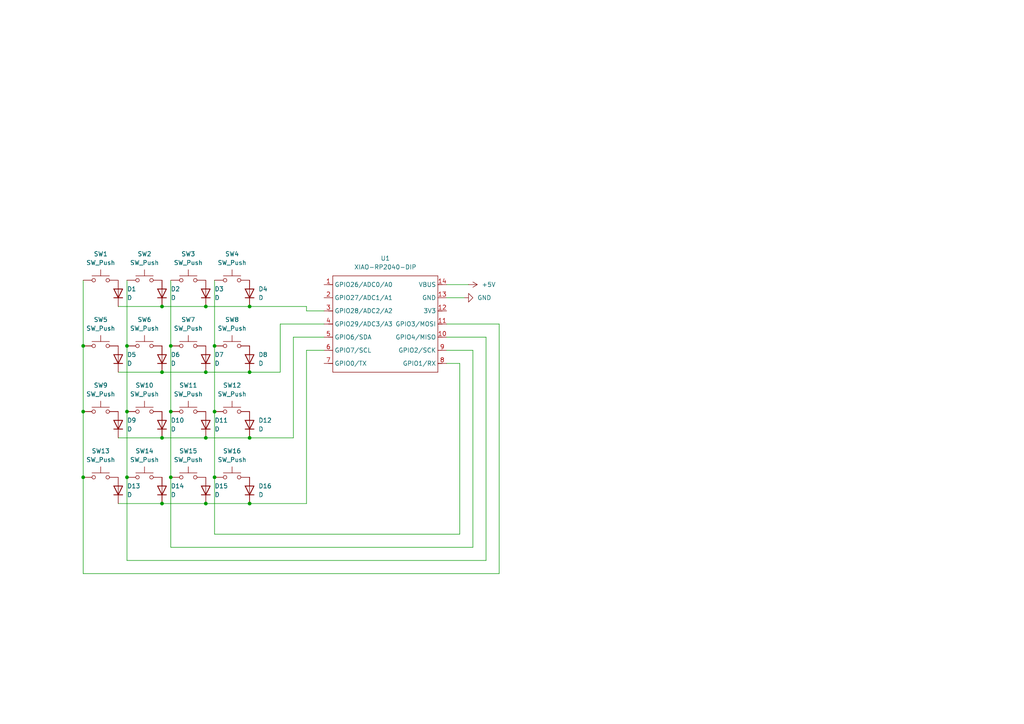
<source format=kicad_sch>
(kicad_sch (version 20231120) (generator "eeschema") (generator_version "8.0")
  (paper "A4")
  (lib_symbols
    (symbol "Device:D" (pin_numbers hide) (pin_names (offset 1.016) hide)
      (property "Reference" "D" (at 0 2.54 0))
      (property "Value" "D" (at 0 -2.54 0))
      (symbol "D_0_1"
        (polyline (pts (xy -1.27 1.27) (xy -1.27 -1.27)) (stroke (width 0.254)))
        (polyline (pts (xy 1.27 0) (xy -1.27 0)))
        (polyline (pts (xy 1.27 1.27) (xy 1.27 -1.27) (xy -1.27 0) (xy 1.27 1.27)) (stroke (width 0.254)))
      )
      (symbol "D_1_1"
        (pin passive line (at -3.81 0 0) (length 2.54) (name "K") (number "1"))
        (pin passive line (at 3.81 0 180) (length 2.54) (name "A") (number "2"))
      )
    )
    (symbol "Seeed_Studio_XIAO_Series:XIAO-RP2040-DIP"
      (property "Reference" "U" (at 0 0 0))
      (property "Value" "XIAO-RP2040-DIP" (at 5.334 -1.778 0))
      (symbol "XIAO-RP2040-DIP_1_0"
        (polyline (pts (xy -1.27 -30.48) (xy -1.27 -16.51)) (stroke (width 0.1524)))
        (polyline (pts (xy -1.27 -27.94) (xy -2.54 -27.94)) (stroke (width 0.1524)))
        (polyline (pts (xy -1.27 -24.13) (xy -2.54 -24.13)) (stroke (width 0.1524)))
        (polyline (pts (xy -1.27 -20.32) (xy -2.54 -20.32)) (stroke (width 0.1524)))
        (polyline (pts (xy -1.27 -16.51) (xy -2.54 -16.51)) (stroke (width 0.1524)))
        (polyline (pts (xy -1.27 -16.51) (xy -1.27 -12.7)) (stroke (width 0.1524)))
        (polyline (pts (xy -1.27 -12.7) (xy -2.54 -12.7)) (stroke (width 0.1524)))
        (polyline (pts (xy -1.27 -12.7) (xy -1.27 -8.89)) (stroke (width 0.1524)))
        (polyline (pts (xy -1.27 -8.89) (xy -2.54 -8.89)) (stroke (width 0.1524)))
        (polyline (pts (xy -1.27 -8.89) (xy -1.27 -5.08)) (stroke (width 0.1524)))
        (polyline (pts (xy -1.27 -5.08) (xy -2.54 -5.08)) (stroke (width 0.1524)))
        (polyline (pts (xy -1.27 -5.08) (xy -1.27 -2.54)) (stroke (width 0.1524)))
        (polyline (pts (xy -1.27 -2.54) (xy 29.21 -2.54)) (stroke (width 0.1524)))
        (polyline (pts (xy 29.21 -30.48) (xy -1.27 -30.48)) (stroke (width 0.1524)))
        (polyline (pts (xy 29.21 -12.7) (xy 29.21 -30.48)) (stroke (width 0.1524)))
        (polyline (pts (xy 29.21 -8.89) (xy 29.21 -12.7)) (stroke (width 0.1524)))
        (polyline (pts (xy 29.21 -5.08) (xy 29.21 -8.89)) (stroke (width 0.1524)))
        (polyline (pts (xy 29.21 -2.54) (xy 29.21 -5.08)) (stroke (width 0.1524)))
        (polyline (pts (xy 30.48 -27.94) (xy 29.21 -27.94)) (stroke (width 0.1524)))
        (polyline (pts (xy 30.48 -24.13) (xy 29.21 -24.13)) (stroke (width 0.1524)))
        (polyline (pts (xy 30.48 -20.32) (xy 29.21 -20.32)) (stroke (width 0.1524)))
        (polyline (pts (xy 30.48 -16.51) (xy 29.21 -16.51)) (stroke (width 0.1524)))
        (polyline (pts (xy 30.48 -12.7) (xy 29.21 -12.7)) (stroke (width 0.1524)))
        (polyline (pts (xy 30.48 -8.89) (xy 29.21 -8.89)) (stroke (width 0.1524)))
        (polyline (pts (xy 30.48 -5.08) (xy 29.21 -5.08)) (stroke (width 0.1524)))
        (pin passive line (at -3.81 -5.08 0) (length 2.54) (name "GPIO26/ADC0/A0") (number "1"))
        (pin passive line (at 31.75 -20.32 180) (length 2.54) (name "GPIO4/MISO") (number "10"))
        (pin passive line (at 31.75 -16.51 180) (length 2.54) (name "GPIO3/MOSI") (number "11"))
        (pin passive line (at 31.75 -12.7 180) (length 2.54) (name "3V3") (number "12"))
        (pin passive line (at 31.75 -8.89 180) (length 2.54) (name "GND") (number "13"))
        (pin passive line (at 31.75 -5.08 180) (length 2.54) (name "VBUS") (number "14"))
        (pin passive line (at -3.81 -8.89 0) (length 2.54) (name "GPIO27/ADC1/A1") (number "2"))
        (pin passive line (at -3.81 -12.7 0) (length 2.54) (name "GPIO28/ADC2/A2") (number "3"))
        (pin passive line (at -3.81 -16.51 0) (length 2.54) (name "GPIO29/ADC3/A3") (number "4"))
        (pin passive line (at -3.81 -20.32 0) (length 2.54) (name "GPIO6/SDA") (number "5"))
        (pin passive line (at -3.81 -24.13 0) (length 2.54) (name "GPIO7/SCL") (number "6"))
        (pin passive line (at -3.81 -27.94 0) (length 2.54) (name "GPIO0/TX") (number "7"))
        (pin passive line (at 31.75 -27.94 180) (length 2.54) (name "GPIO1/RX") (number "8"))
        (pin passive line (at 31.75 -24.13 180) (length 2.54) (name "GPIO2/SCK") (number "9"))
      )
    )
    (symbol "Switch:SW_Push" (pin_numbers hide) (pin_names (offset 1.016) hide)
      (property "Reference" "SW" (at 1.27 2.54 0))
      (property "Value" "SW_Push" (at 0 -1.524 0))
      (symbol "SW_Push_0_1"
        (circle (center -2.032 0) (radius 0.508))
        (polyline (pts (xy 0 1.27) (xy 0 3.048)))
        (polyline (pts (xy 2.54 1.27) (xy -2.54 1.27)))
        (circle (center 2.032 0) (radius 0.508))
        (pin passive line (at -5.08 0 0) (length 2.54) (name "1") (number "1"))
        (pin passive line (at 5.08 0 180) (length 2.54) (name "2") (number "2"))
      )
    )
    (symbol "power:+5V" (power) (pin_numbers hide) (pin_names (offset 0) hide)
      (property "Value" "+5V" (at 0 3.556 0))
      (symbol "+5V_0_1"
        (polyline (pts (xy -0.762 1.27) (xy 0 2.54)))
        (polyline (pts (xy 0 0) (xy 0 2.54)))
        (polyline (pts (xy 0 2.54) (xy 0.762 1.27)))
      )
      (symbol "+5V_1_1"
        (pin power_in line (at 0 0 90) (length 0) (name "~") (number "1"))
      )
    )
    (symbol "power:GND" (power) (pin_numbers hide) (pin_names (offset 0) hide)
      (property "Value" "GND" (at 0 -3.81 0))
      (symbol "GND_0_1"
        (polyline (pts (xy 0 0) (xy 0 -1.27) (xy 1.27 -1.27) (xy 0 -2.54) (xy -1.27 -1.27) (xy 0 -1.27)))
      )
      (symbol "GND_1_1"
        (pin power_in line (at 0 0 270) (length 0) (name "~") (number "1"))
      )
    )
  )
  (junction (at 46.99 146.05))
  (junction (at 46.99 127))
  (junction (at 36.83 119.38))
  (junction (at 59.69 107.95))
  (junction (at 24.13 138.43))
  (junction (at 59.69 127))
  (junction (at 72.39 146.05))
  (junction (at 36.83 138.43))
  (junction (at 24.13 100.33))
  (junction (at 59.69 146.05))
  (junction (at 59.69 88.9))
  (junction (at 62.23 119.38))
  (junction (at 46.99 88.9))
  (junction (at 62.23 138.43))
  (junction (at 72.39 127))
  (junction (at 62.23 100.33))
  (junction (at 36.83 100.33))
  (junction (at 72.39 88.9))
  (junction (at 24.13 119.38))
  (junction (at 49.53 100.33))
  (junction (at 46.99 107.95))
  (junction (at 49.53 119.38))
  (junction (at 49.53 138.43))
  (junction (at 72.39 107.95))
  (wire (pts (xy 49.53 100.33) (xy 49.53 119.38)))
  (wire (pts (xy 46.99 146.05) (xy 59.69 146.05)))
  (wire (pts (xy 24.13 166.37) (xy 144.78 166.37)))
  (wire (pts (xy 49.53 119.38) (xy 49.53 138.43)))
  (wire (pts (xy 88.9 146.05) (xy 88.9 101.6)))
  (wire (pts (xy 88.9 101.6) (xy 93.98 101.6)))
  (wire (pts (xy 36.83 81.28) (xy 36.83 100.33)))
  (wire (pts (xy 36.83 162.56) (xy 140.97 162.56)))
  (wire (pts (xy 34.29 146.05) (xy 46.99 146.05)))
  (wire (pts (xy 62.23 100.33) (xy 62.23 119.38)))
  (wire (pts (xy 36.83 100.33) (xy 36.83 119.38)))
  (wire (pts (xy 85.09 127) (xy 85.09 97.79)))
  (wire (pts (xy 81.28 93.98) (xy 93.98 93.98)))
  (wire (pts (xy 49.53 158.75) (xy 137.16 158.75)))
  (wire (pts (xy 81.28 107.95) (xy 81.28 93.98)))
  (wire (pts (xy 59.69 146.05) (xy 72.39 146.05)))
  (wire (pts (xy 133.35 105.41) (xy 129.54 105.41)))
  (wire (pts (xy 133.35 154.94) (xy 133.35 105.41)))
  (wire (pts (xy 62.23 81.28) (xy 62.23 100.33)))
  (wire (pts (xy 72.39 146.05) (xy 88.9 146.05)))
  (wire (pts (xy 34.29 88.9) (xy 46.99 88.9)))
  (wire (pts (xy 34.29 107.95) (xy 46.99 107.95)))
  (wire (pts (xy 72.39 88.9) (xy 88.9 88.9)))
  (wire (pts (xy 59.69 127) (xy 72.39 127)))
  (wire (pts (xy 62.23 138.43) (xy 62.23 154.94)))
  (wire (pts (xy 88.9 88.9) (xy 88.9 90.17)))
  (wire (pts (xy 36.83 138.43) (xy 36.83 162.56)))
  (wire (pts (xy 46.99 107.95) (xy 59.69 107.95)))
  (wire (pts (xy 144.78 166.37) (xy 144.78 93.98)))
  (wire (pts (xy 85.09 97.79) (xy 93.98 97.79)))
  (wire (pts (xy 72.39 107.95) (xy 81.28 107.95)))
  (wire (pts (xy 49.53 81.28) (xy 49.53 100.33)))
  (wire (pts (xy 62.23 119.38) (xy 62.23 138.43)))
  (wire (pts (xy 59.69 107.95) (xy 72.39 107.95)))
  (wire (pts (xy 24.13 81.28) (xy 24.13 100.33)))
  (wire (pts (xy 36.83 119.38) (xy 36.83 138.43)))
  (wire (pts (xy 144.78 93.98) (xy 129.54 93.98)))
  (wire (pts (xy 129.54 82.55) (xy 135.89 82.55)))
  (wire (pts (xy 62.23 154.94) (xy 133.35 154.94)))
  (wire (pts (xy 140.97 162.56) (xy 140.97 97.79)))
  (wire (pts (xy 46.99 88.9) (xy 59.69 88.9)))
  (wire (pts (xy 34.29 127) (xy 46.99 127)))
  (wire (pts (xy 59.69 88.9) (xy 72.39 88.9)))
  (wire (pts (xy 49.53 138.43) (xy 49.53 158.75)))
  (wire (pts (xy 24.13 100.33) (xy 24.13 119.38)))
  (wire (pts (xy 72.39 127) (xy 85.09 127)))
  (wire (pts (xy 129.54 86.36) (xy 134.62 86.36)))
  (wire (pts (xy 88.9 90.17) (xy 93.98 90.17)))
  (wire (pts (xy 137.16 101.6) (xy 129.54 101.6)))
  (wire (pts (xy 46.99 127) (xy 59.69 127)))
  (wire (pts (xy 24.13 119.38) (xy 24.13 138.43)))
  (wire (pts (xy 137.16 158.75) (xy 137.16 101.6)))
  (wire (pts (xy 140.97 97.79) (xy 129.54 97.79)))
  (wire (pts (xy 24.13 138.43) (xy 24.13 166.37)))
  (symbol (lib_id "Device:D") (at 34.29 85.09 90) (unit 1)
    (property "Reference" "D1" (at 36.83 83.8199 90) (effects (justify right)))
    (property "Value" "D" (at 36.83 86.3599 90) (effects (justify right)))
    (property "Footprint" "Diode_THT:D_DO-35_SOD27_P7.62mm_Horizontal" (effects (hide yes)))
    (property "Description" "Diode" (effects (hide yes)))
    (property "Sim.Device" "D" (effects (hide yes)))
    (property "Sim.Pins" "1=K 2=A" (effects (hide yes)))
  )
  (symbol (lib_id "Switch:SW_Push") (at 67.31 100.33 0) (unit 1)
    (property "Reference" "SW8" (at 67.31 92.71 0))
    (property "Value" "SW_Push" (at 67.31 95.25 0))
    (property "Footprint" "MX_Solderable:MX-Solderable-1U" (effects (hide yes)))
    (property "Description" "Push button switch, generic, two pins" (effects (hide yes)))
  )
  (symbol (lib_id "Switch:SW_Push") (at 54.61 81.28 0) (unit 1)
    (property "Reference" "SW3" (at 54.61 73.66 0))
    (property "Value" "SW_Push" (at 54.61 76.2 0))
    (property "Footprint" "MX_Solderable:MX-Solderable-1U" (effects (hide yes)))
    (property "Description" "Push button switch, generic, two pins" (effects (hide yes)))
  )
  (symbol (lib_id "Switch:SW_Push") (at 29.21 138.43 0) (unit 1)
    (property "Reference" "SW13" (at 29.21 130.81 0))
    (property "Value" "SW_Push" (at 29.21 133.35 0))
    (property "Footprint" "MX_Solderable:MX-Solderable-1U" (effects (hide yes)))
    (property "Description" "Push button switch, generic, two pins" (effects (hide yes)))
  )
  (symbol (lib_id "Switch:SW_Push") (at 67.31 119.38 0) (unit 1)
    (property "Reference" "SW12" (at 67.31 111.76 0))
    (property "Value" "SW_Push" (at 67.31 114.3 0))
    (property "Footprint" "MX_Solderable:MX-Solderable-1U" (effects (hide yes)))
    (property "Description" "Push button switch, generic, two pins" (effects (hide yes)))
  )
  (symbol (lib_id "Switch:SW_Push") (at 54.61 119.38 0) (unit 1)
    (property "Reference" "SW11" (at 54.61 111.76 0))
    (property "Value" "SW_Push" (at 54.61 114.3 0))
    (property "Footprint" "MX_Solderable:MX-Solderable-1U" (effects (hide yes)))
    (property "Description" "Push button switch, generic, two pins" (effects (hide yes)))
  )
  (symbol (lib_id "Device:D") (at 46.99 123.19 90) (unit 1)
    (property "Reference" "D10" (at 49.53 121.9199 90) (effects (justify right)))
    (property "Value" "D" (at 49.53 124.4599 90) (effects (justify right)))
    (property "Footprint" "Diode_THT:D_DO-35_SOD27_P7.62mm_Horizontal" (effects (hide yes)))
    (property "Description" "Diode" (effects (hide yes)))
    (property "Sim.Device" "D" (effects (hide yes)))
    (property "Sim.Pins" "1=K 2=A" (effects (hide yes)))
  )
  (symbol (lib_id "Device:D") (at 72.39 142.24 90) (unit 1)
    (property "Reference" "D16" (at 74.93 140.9699 90) (effects (justify right)))
    (property "Value" "D" (at 74.93 143.5099 90) (effects (justify right)))
    (property "Footprint" "Diode_THT:D_DO-35_SOD27_P7.62mm_Horizontal" (effects (hide yes)))
    (property "Description" "Diode" (effects (hide yes)))
    (property "Sim.Device" "D" (effects (hide yes)))
    (property "Sim.Pins" "1=K 2=A" (effects (hide yes)))
  )
  (symbol (lib_id "Device:D") (at 59.69 85.09 90) (unit 1)
    (property "Reference" "D3" (at 62.23 83.8199 90) (effects (justify right)))
    (property "Value" "D" (at 62.23 86.3599 90) (effects (justify right)))
    (property "Footprint" "Diode_THT:D_DO-35_SOD27_P7.62mm_Horizontal" (effects (hide yes)))
    (property "Description" "Diode" (effects (hide yes)))
    (property "Sim.Device" "D" (effects (hide yes)))
    (property "Sim.Pins" "1=K 2=A" (effects (hide yes)))
  )
  (symbol (lib_id "Device:D") (at 59.69 142.24 90) (unit 1)
    (property "Reference" "D15" (at 62.23 140.9699 90) (effects (justify right)))
    (property "Value" "D" (at 62.23 143.5099 90) (effects (justify right)))
    (property "Footprint" "Diode_THT:D_DO-35_SOD27_P7.62mm_Horizontal" (effects (hide yes)))
    (property "Description" "Diode" (effects (hide yes)))
    (property "Sim.Device" "D" (effects (hide yes)))
    (property "Sim.Pins" "1=K 2=A" (effects (hide yes)))
  )
  (symbol (lib_id "Device:D") (at 46.99 104.14 90) (unit 1)
    (property "Reference" "D6" (at 49.53 102.8699 90) (effects (justify right)))
    (property "Value" "D" (at 49.53 105.4099 90) (effects (justify right)))
    (property "Footprint" "Diode_THT:D_DO-35_SOD27_P7.62mm_Horizontal" (effects (hide yes)))
    (property "Description" "Diode" (effects (hide yes)))
    (property "Sim.Device" "D" (effects (hide yes)))
    (property "Sim.Pins" "1=K 2=A" (effects (hide yes)))
  )
  (symbol (lib_id "Device:D") (at 34.29 142.24 90) (unit 1)
    (property "Reference" "D13" (at 36.83 140.9699 90) (effects (justify right)))
    (property "Value" "D" (at 36.83 143.5099 90) (effects (justify right)))
    (property "Footprint" "Diode_THT:D_DO-35_SOD27_P7.62mm_Horizontal" (effects (hide yes)))
    (property "Description" "Diode" (effects (hide yes)))
    (property "Sim.Device" "D" (effects (hide yes)))
    (property "Sim.Pins" "1=K 2=A" (effects (hide yes)))
  )
  (symbol (lib_id "Device:D") (at 34.29 123.19 90) (unit 1)
    (property "Reference" "D9" (at 36.83 121.9199 90) (effects (justify right)))
    (property "Value" "D" (at 36.83 124.4599 90) (effects (justify right)))
    (property "Footprint" "Diode_THT:D_DO-35_SOD27_P7.62mm_Horizontal" (effects (hide yes)))
    (property "Description" "Diode" (effects (hide yes)))
    (property "Sim.Device" "D" (effects (hide yes)))
    (property "Sim.Pins" "1=K 2=A" (effects (hide yes)))
  )
  (symbol (lib_id "Device:D") (at 34.29 104.14 90) (unit 1)
    (property "Reference" "D5" (at 36.83 102.8699 90) (effects (justify right)))
    (property "Value" "D" (at 36.83 105.4099 90) (effects (justify right)))
    (property "Footprint" "Diode_THT:D_DO-35_SOD27_P7.62mm_Horizontal" (effects (hide yes)))
    (property "Description" "Diode" (effects (hide yes)))
    (property "Sim.Device" "D" (effects (hide yes)))
    (property "Sim.Pins" "1=K 2=A" (effects (hide yes)))
  )
  (symbol (lib_id "power:GND") (at 134.62 86.36 90) (unit 1)
    (property "Reference" "#PWR01" (effects (hide yes)))
    (property "Value" "GND" (at 138.43 86.3599 90) (effects (justify right)))
    (property "Description" "Power symbol creates a global label with name \"GND\" , ground" (effects (hide yes)))
  )
  (symbol (lib_id "Device:D") (at 72.39 85.09 90) (unit 1)
    (property "Reference" "D4" (at 74.93 83.8199 90) (effects (justify right)))
    (property "Value" "D" (at 74.93 86.3599 90) (effects (justify right)))
    (property "Footprint" "Diode_THT:D_DO-35_SOD27_P7.62mm_Horizontal" (effects (hide yes)))
    (property "Description" "Diode" (effects (hide yes)))
    (property "Sim.Device" "D" (effects (hide yes)))
    (property "Sim.Pins" "1=K 2=A" (effects (hide yes)))
  )
  (symbol (lib_id "Switch:SW_Push") (at 54.61 100.33 0) (unit 1)
    (property "Reference" "SW7" (at 54.61 92.71 0))
    (property "Value" "SW_Push" (at 54.61 95.25 0))
    (property "Footprint" "MX_Solderable:MX-Solderable-1U" (effects (hide yes)))
    (property "Description" "Push button switch, generic, two pins" (effects (hide yes)))
  )
  (symbol (lib_id "Device:D") (at 59.69 123.19 90) (unit 1)
    (property "Reference" "D11" (at 62.23 121.9199 90) (effects (justify right)))
    (property "Value" "D" (at 62.23 124.4599 90) (effects (justify right)))
    (property "Footprint" "Diode_THT:D_DO-35_SOD27_P7.62mm_Horizontal" (effects (hide yes)))
    (property "Description" "Diode" (effects (hide yes)))
    (property "Sim.Device" "D" (effects (hide yes)))
    (property "Sim.Pins" "1=K 2=A" (effects (hide yes)))
  )
  (symbol (lib_id "Switch:SW_Push") (at 41.91 81.28 0) (unit 1)
    (property "Reference" "SW2" (at 41.91 73.66 0))
    (property "Value" "SW_Push" (at 41.91 76.2 0))
    (property "Footprint" "MX_Solderable:MX-Solderable-1U" (effects (hide yes)))
    (property "Description" "Push button switch, generic, two pins" (effects (hide yes)))
  )
  (symbol (lib_id "power:+5V") (at 135.89 82.55 270) (unit 1)
    (property "Reference" "#PWR02" (effects (hide yes)))
    (property "Value" "+5V" (at 139.7 82.5499 90) (effects (justify left)))
    (property "Description" "Power symbol creates a global label with name \"+5V\"" (effects (hide yes)))
  )
  (symbol (lib_id "Switch:SW_Push") (at 29.21 119.38 0) (unit 1)
    (property "Reference" "SW9" (at 29.21 111.76 0))
    (property "Value" "SW_Push" (at 29.21 114.3 0))
    (property "Footprint" "MX_Solderable:MX-Solderable-1U" (effects (hide yes)))
    (property "Description" "Push button switch, generic, two pins" (effects (hide yes)))
  )
  (symbol (lib_id "Switch:SW_Push") (at 54.61 138.43 0) (unit 1)
    (property "Reference" "SW15" (at 54.61 130.81 0))
    (property "Value" "SW_Push" (at 54.61 133.35 0))
    (property "Footprint" "MX_Solderable:MX-Solderable-1U" (effects (hide yes)))
    (property "Description" "Push button switch, generic, two pins" (effects (hide yes)))
  )
  (symbol (lib_id "Switch:SW_Push") (at 67.31 81.28 0) (unit 1)
    (property "Reference" "SW4" (at 67.31 73.66 0))
    (property "Value" "SW_Push" (at 67.31 76.2 0))
    (property "Footprint" "MX_Solderable:MX-Solderable-1U" (effects (hide yes)))
    (property "Description" "Push button switch, generic, two pins" (effects (hide yes)))
  )
  (symbol (lib_id "Switch:SW_Push") (at 29.21 100.33 0) (unit 1)
    (property "Reference" "SW5" (at 29.21 92.71 0))
    (property "Value" "SW_Push" (at 29.21 95.25 0))
    (property "Footprint" "MX_Solderable:MX-Solderable-1U" (effects (hide yes)))
    (property "Description" "Push button switch, generic, two pins" (effects (hide yes)))
  )
  (symbol (lib_id "Device:D") (at 46.99 142.24 90) (unit 1)
    (property "Reference" "D14" (at 49.53 140.9699 90) (effects (justify right)))
    (property "Value" "D" (at 49.53 143.5099 90) (effects (justify right)))
    (property "Footprint" "Diode_THT:D_DO-35_SOD27_P7.62mm_Horizontal" (effects (hide yes)))
    (property "Description" "Diode" (effects (hide yes)))
    (property "Sim.Device" "D" (effects (hide yes)))
    (property "Sim.Pins" "1=K 2=A" (effects (hide yes)))
  )
  (symbol (lib_id "Switch:SW_Push") (at 41.91 100.33 0) (unit 1)
    (property "Reference" "SW6" (at 41.91 92.71 0))
    (property "Value" "SW_Push" (at 41.91 95.25 0))
    (property "Footprint" "MX_Solderable:MX-Solderable-1U" (effects (hide yes)))
    (property "Description" "Push button switch, generic, two pins" (effects (hide yes)))
  )
  (symbol (lib_id "Switch:SW_Push") (at 41.91 119.38 0) (unit 1)
    (property "Reference" "SW10" (at 41.91 111.76 0))
    (property "Value" "SW_Push" (at 41.91 114.3 0))
    (property "Footprint" "MX_Solderable:MX-Solderable-1U" (effects (hide yes)))
    (property "Description" "Push button switch, generic, two pins" (effects (hide yes)))
  )
  (symbol (lib_id "Switch:SW_Push") (at 67.31 138.43 0) (unit 1)
    (property "Reference" "SW16" (at 67.31 130.81 0))
    (property "Value" "SW_Push" (at 67.31 133.35 0))
    (property "Footprint" "MX_Solderable:MX-Solderable-1U" (effects (hide yes)))
    (property "Description" "Push button switch, generic, two pins" (effects (hide yes)))
  )
  (symbol (lib_id "Seeed_Studio_XIAO_Series:XIAO-RP2040-DIP") (at 97.79 77.47 0) (unit 1)
    (property "Reference" "U1" (at 111.76 74.93 0))
    (property "Value" "XIAO-RP2040-DIP" (at 111.76 77.47 0))
    (property "Footprint" "Seeed Studio XIAO Series Library:XIAO-RP2040-DIP" (effects (hide yes)))
  )
  (symbol (lib_id "Device:D") (at 46.99 85.09 90) (unit 1)
    (property "Reference" "D2" (at 49.53 83.8199 90) (effects (justify right)))
    (property "Value" "D" (at 49.53 86.3599 90) (effects (justify right)))
    (property "Footprint" "Diode_THT:D_DO-35_SOD27_P7.62mm_Horizontal" (effects (hide yes)))
    (property "Description" "Diode" (effects (hide yes)))
    (property "Sim.Device" "D" (effects (hide yes)))
    (property "Sim.Pins" "1=K 2=A" (effects (hide yes)))
  )
  (symbol (lib_id "Switch:SW_Push") (at 29.21 81.28 0) (unit 1)
    (property "Reference" "SW1" (at 29.21 73.66 0))
    (property "Value" "SW_Push" (at 29.21 76.2 0))
    (property "Footprint" "MX_Solderable:MX-Solderable-1U" (effects (hide yes)))
    (property "Description" "Push button switch, generic, two pins" (effects (hide yes)))
  )
  (symbol (lib_id "Switch:SW_Push") (at 41.91 138.43 0) (unit 1)
    (property "Reference" "SW14" (at 41.91 130.81 0))
    (property "Value" "SW_Push" (at 41.91 133.35 0))
    (property "Footprint" "MX_Solderable:MX-Solderable-1U" (effects (hide yes)))
    (property "Description" "Push button switch, generic, two pins" (effects (hide yes)))
  )
  (symbol (lib_id "Device:D") (at 72.39 123.19 90) (unit 1)
    (property "Reference" "D12" (at 74.93 121.9199 90) (effects (justify right)))
    (property "Value" "D" (at 74.93 124.4599 90) (effects (justify right)))
    (property "Footprint" "Diode_THT:D_DO-35_SOD27_P7.62mm_Horizontal" (effects (hide yes)))
    (property "Description" "Diode" (effects (hide yes)))
    (property "Sim.Device" "D" (effects (hide yes)))
    (property "Sim.Pins" "1=K 2=A" (effects (hide yes)))
  )
  (symbol (lib_id "Device:D") (at 59.69 104.14 90) (unit 1)
    (property "Reference" "D7" (at 62.23 102.8699 90) (effects (justify right)))
    (property "Value" "D" (at 62.23 105.4099 90) (effects (justify right)))
    (property "Footprint" "Diode_THT:D_DO-35_SOD27_P7.62mm_Horizontal" (effects (hide yes)))
    (property "Description" "Diode" (effects (hide yes)))
    (property "Sim.Device" "D" (effects (hide yes)))
    (property "Sim.Pins" "1=K 2=A" (effects (hide yes)))
  )
  (symbol (lib_id "Device:D") (at 72.39 104.14 90) (unit 1)
    (property "Reference" "D8" (at 74.93 102.8699 90) (effects (justify right)))
    (property "Value" "D" (at 74.93 105.4099 90) (effects (justify right)))
    (property "Footprint" "Diode_THT:D_DO-35_SOD27_P7.62mm_Horizontal" (effects (hide yes)))
    (property "Description" "Diode" (effects (hide yes)))
    (property "Sim.Device" "D" (effects (hide yes)))
    (property "Sim.Pins" "1=K 2=A" (effects (hide yes)))
  )
)
</source>
